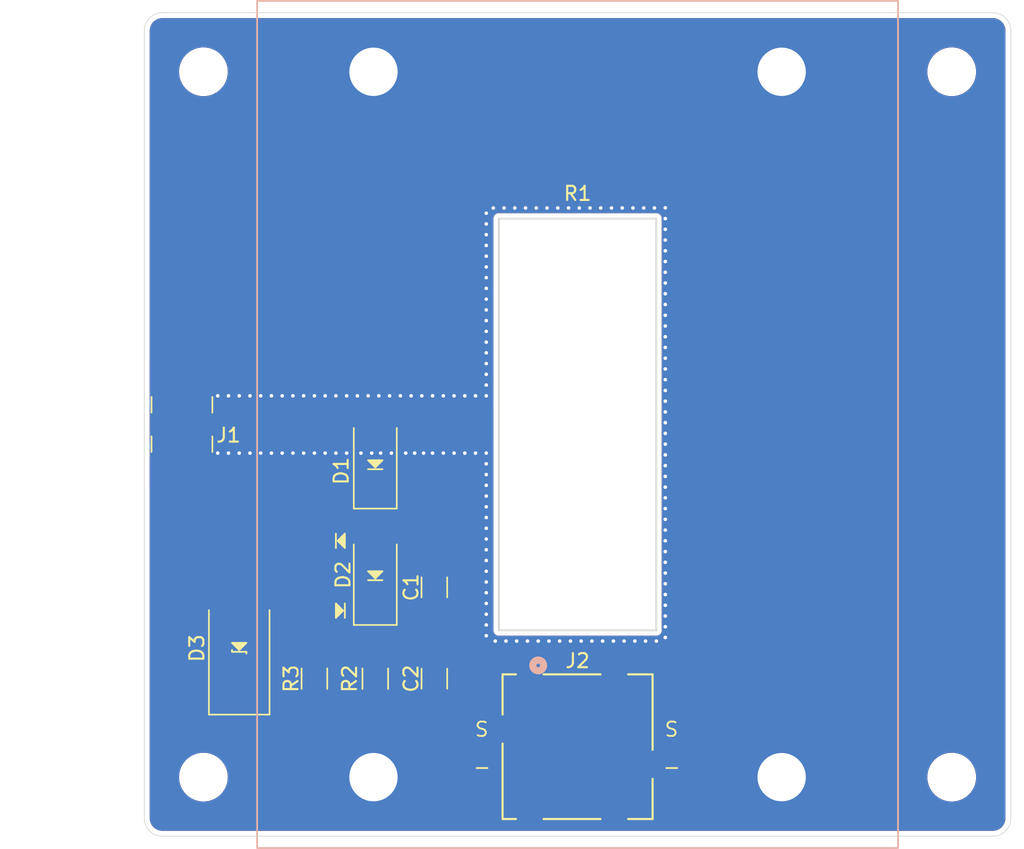
<source format=kicad_pcb>
(kicad_pcb (version 20241229) (generator "pcbnew") (generator_version "9.0")
  (layers (0 "F.Cu" signal) (2 "B.Cu" signal) (13 "F.Paste" user) (15 "B.Paste" user) (5 "F.SilkS" user "F.Silkscreen") (7 "B.SilkS" user "B.Silkscreen") (1 "F.Mask" user) (3 "B.Mask" user) (25 "Edge.Cuts" user))
  (net 0 "")
  (net 1 "GND")
  (net 2 "Net-(D2-K)")
  (net 3 "/MICROSTRIP")
  (net 4 "Net-(D1-K)")
  (net 5 "Net-(D3-K)")
  (net 6 "unconnected-(D2-common-Pad3)")
  (footprint "MountingHole:MountingHole_3.2mm_M3" (layer "F.Cu") (at 110.744 53.213)
    (property "Reference" "H4" (hide yes))
    (property "Value" "MountingHole")
    (pad "" np_thru_hole circle (at 0 0) (size 3.2 3.2) (drill 3.2) (layers "*.Cu" "*.Mask"))
  )
  (footprint "jsdev:SMA_Custom_EdgeMount" (layer "F.Cu") (at 108.458 78.232 180)
    (property "Reference" "J1" (at -4.064 -0.762 0) (layer "F.SilkS"))
    (property "Value" "Conn_Coaxial")
    (fp_line (start 1.397 1.952) (end 1.397 0.842) (stroke (width 0.12)) (layer "F.SilkS"))
    (fp_line (start 1.397 -0.84) (end 1.397 -1.95) (stroke (width 0.12)) (layer "F.SilkS"))
    (fp_line (start -2.921 1.95) (end -2.921 0.84) (stroke (width 0.12)) (layer "F.SilkS"))
    (fp_line (start -2.921 -0.842) (end -2.921 -1.952) (stroke (width 0.12)) (layer "F.SilkS"))
    (pad "1" smd roundrect (at -0.762 0 270) (size 1.27 4.572) (layers "F.Cu" "F.Mask") (roundrect_rratio 0.2) (net 3 "/MICROSTRIP"))
    (pad "2" smd roundrect (at -0.762 -3.429 270) (size 2.54 4.572) (layers "F.Cu" "F.Mask") (roundrect_rratio 0.1) (net 1 "GND"))
    (pad "2" smd roundrect (at -0.762 -3.429 270) (size 2.54 4.572) (layers "B.Cu" "B.Mask") (roundrect_rratio 0.1) (net 1 "GND"))
    (pad "2" smd roundrect (at -0.762 3.429 270) (size 2.54 4.572) (layers "F.Cu" "F.Mask") (roundrect_rratio 0.1) (net 1 "GND"))
    (pad "2" smd roundrect (at -0.762 3.429 270) (size 2.54 4.572) (layers "B.Cu" "B.Mask") (roundrect_rratio 0.1) (net 1 "GND"))
  )
  (footprint "MountingHole:MountingHole_3.2mm_M3" (layer "F.Cu") (at 163.83 53.213)
    (property "Reference" "H1" (hide yes))
    (property "Value" "MountingHole")
    (pad "" np_thru_hole circle (at 0 0) (size 3.2 3.2) (drill 3.2) (layers "*.Cu" "*.Mask"))
  )
  (footprint "Capacitor_SMD:C_1206_3216Metric_Pad1.33x1.80mm_HandSolder" (layer "F.Cu") (at 127.127 96.266 90)
    (property "Reference" "C2" (at 0 -1.651 90) (layer "F.SilkS"))
    (property "Value" "1nF")
    (fp_line (start -0.711252 -0.91) (end 0.711252 -0.91) (stroke (width 0.12)) (layer "F.SilkS"))
    (fp_line (start -0.711252 0.91) (end 0.711252 0.91) (stroke (width 0.12)) (layer "F.SilkS"))
    (pad "1" smd roundrect (at -1.5625 0 90) (size 1.325 1.8) (layers "F.Cu" "F.Mask" "F.Paste") (roundrect_rratio 0.188679) (net 5 "Net-(D3-K)"))
    (pad "2" smd roundrect (at 1.5625 0 90) (size 1.325 1.8) (layers "F.Cu" "F.Mask" "F.Paste") (roundrect_rratio 0.188679) (net 1 "GND"))
  )
  (footprint "jsdev:FlangeResistor" (layer "F.Cu") (at 137.287 78.232)
    (property "Reference" "R1" (at 0 -16.383 0) (layer "F.SilkS"))
    (property "Value" "50R 250W")
    (fp_rect (start -22.733 -30.0482) (end 22.733 30.0482) (stroke (width 0.127)) (fill no) (layer "B.SilkS"))
    (fp_rect (start -5.588 -14.605) (end 5.588 14.605) (stroke (width 0.127)) (fill no) (layer "Edge.Cuts"))
    (pad "1" smd roundrect (at -8.763 0) (size 5.588 1.8288) (layers "F.Cu" "F.Mask" "F.Paste") (roundrect_rratio 0.15) (net 3 "/MICROSTRIP"))
    (pad "2" thru_hole circle (at -14.478 -25.019) (size 5.969 5.969) (drill 3.429) (layers "*.Cu" "*.Mask") (net 1 "GND"))
    (pad "2" thru_hole circle (at -14.478 25.019) (size 5.969 5.969) (drill 3.429) (layers "*.Cu" "*.Mask") (net 1 "GND"))
    (pad "2" thru_hole circle (at 14.478 -25.019) (size 5.969 5.969) (drill 3.429) (layers "*.Cu" "*.Mask") (net 1 "GND"))
    (pad "2" thru_hole circle (at 14.478 25.019) (size 5.969 5.969) (drill 3.429) (layers "*.Cu" "*.Mask") (net 1 "GND"))
  )
  (footprint "jsdev:Vishay_SlimSMA_HV_DO-221AC_HandSolder" (layer "F.Cu") (at 122.936 80.645 90)
    (property "Reference" "D1" (at -0.889 -2.413 90) (layer "F.SilkS"))
    (property "Value" "SS120FLQ-TP")
    (fp_line (start -3.556 -1.524) (end 2.159 -1.524) (stroke (width 0.12)) (layer "F.SilkS"))
    (fp_line (start -3.556 -1.524) (end -3.556 1.524) (stroke (width 0.12)) (layer "F.SilkS"))
    (fp_line (start -3.556 1.524) (end 2.159 1.524) (stroke (width 0.12)) (layer "F.SilkS"))
    (pad "1" smd roundrect (at -2.413 0 90) (size 1.905 1.651) (layers "F.Cu" "F.Mask" "F.Paste") (roundrect_rratio 0.1) (net 4 "Net-(D1-K)"))
    (pad "2" smd roundrect (at 2.413 0 90) (size 1.905 1.651) (layers "F.Cu" "F.Mask" "F.Paste") (roundrect_rratio 0.1) (net 3 "/MICROSTRIP"))
  )
  (footprint "Capacitor_SMD:C_1206_3216Metric_Pad1.33x1.80mm_HandSolder" (layer "F.Cu") (at 127.127 89.789 90)
    (property "Reference" "C1" (at 0 -1.651 90) (layer "F.SilkS"))
    (property "Value" "10nF")
    (fp_line (start -0.711252 -0.91) (end 0.711252 -0.91) (stroke (width 0.12)) (layer "F.SilkS"))
    (fp_line (start -0.711252 0.91) (end 0.711252 0.91) (stroke (width 0.12)) (layer "F.SilkS"))
    (pad "1" smd roundrect (at -1.5625 0 90) (size 1.325 1.8) (layers "F.Cu" "F.Mask" "F.Paste") (roundrect_rratio 0.188679) (net 2 "Net-(D2-K)"))
    (pad "2" smd roundrect (at 1.5625 0 90) (size 1.325 1.8) (layers "F.Cu" "F.Mask" "F.Paste") (roundrect_rratio 0.188679) (net 1 "GND"))
  )
  (footprint "Diode_SMD:D_SMB_Handsoldering" (layer "F.Cu") (at 113.284 94.107 90)
    (property "Reference" "D3" (at 0 -3 90) (layer "F.SilkS"))
    (property "Value" "PBZTBR13.0B")
    (fp_line (start -4.71 -2.15) (end 2.7 -2.15) (stroke (width 0.12)) (layer "F.SilkS"))
    (fp_line (start -4.71 -2.15) (end -4.71 2.15) (stroke (width 0.12)) (layer "F.SilkS"))
    (fp_line (start -4.71 2.15) (end 2.7 2.15) (stroke (width 0.12)) (layer "F.SilkS"))
    (pad "1" smd roundrect (at -2.7 0 90) (size 3.5 2.3) (layers "F.Cu" "F.Mask" "F.Paste") (roundrect_rratio 0.1086956522) (net 5 "Net-(D3-K)"))
    (pad "2" smd roundrect (at 2.7 0 90) (size 3.5 2.3) (layers "F.Cu" "F.Mask" "F.Paste") (roundrect_rratio 0.1086956522) (net 1 "GND"))
  )
  (footprint "MountingHole:MountingHole_3.2mm_M3" (layer "F.Cu") (at 110.744 103.251)
    (property "Reference" "H3" (hide yes))
    (property "Value" "MountingHole")
    (pad "" np_thru_hole circle (at 0 0) (size 3.2 3.2) (drill 3.2) (layers "*.Cu" "*.Mask"))
  )
  (footprint "jsdev:Vishay_SlimSMA_HV_DO-221AC_HandSolder_SQ" (layer "F.Cu") (at 122.936 88.9 90)
    (property "Reference" "D2" (at 0 -2.286 90) (layer "F.SilkS"))
    (property "Value" "SS120FLQ-TP")
    (fp_line (start -3.556 -1.524) (end 2.159 -1.524) (stroke (width 0.12)) (layer "F.SilkS"))
    (fp_line (start -3.556 -1.524) (end -3.556 1.524) (stroke (width 0.12)) (layer "F.SilkS"))
    (fp_line (start -3.556 1.524) (end 2.159 1.524) (stroke (width 0.12)) (layer "F.SilkS"))
    (pad "1" smd roundrect (at -2.413 0 90) (size 1.905 1.905) (layers "F.Cu" "F.Mask" "F.Paste") (roundrect_rratio 0.1) (net 2 "Net-(D2-K)"))
    (pad "2" smd roundrect (at 2.413 0 90) (size 1.905 1.905) (layers "F.Cu" "F.Mask" "F.Paste") (roundrect_rratio 0.1) (net 4 "Net-(D1-K)"))
    (pad "3" smd roundrect (at -2.413 -4.826 90) (size 1.905 1.905) (layers "F.Cu" "F.Mask" "F.Paste") (roundrect_rratio 0.1) (net 6 "unconnected-(D2-common-Pad3)"))
    (pad "3" smd roundrect (at 2.413 -4.826 90) (size 1.905 1.905) (layers "F.Cu" "F.Mask" "F.Paste") (roundrect_rratio 0.1) (net 6 "unconnected-(D2-common-Pad3)"))
  )
  (footprint "jsdev:CONN_BM02B-XASS-TFLFSN_JST" (layer "F.Cu") (at 137.287 101.092 90)
    (property "Reference" "J2" (at 6.096 0 0) (layer "F.SilkS"))
    (property "Value" "Conn_01x02_Pin")
    (fp_line (start 5.1308 -5.3213) (end 2.28124 -5.3213) (stroke (width 0.1524)) (layer "F.SilkS"))
    (fp_line (start 0.21876 -5.3213) (end -5.1308 -5.3213) (stroke (width 0.1524)) (layer "F.SilkS"))
    (fp_line (start -5.1308 -5.3213) (end -5.1308 -4.374741) (stroke (width 0.1524)) (layer "F.SilkS"))
    (fp_line (start 5.1308 -4.374741) (end 5.1308 -5.3213) (stroke (width 0.1524)) (layer "F.SilkS"))
    (fp_line (start -5.1308 -2.413861) (end -5.1308 1.62526) (stroke (width 0.1524)) (layer "F.SilkS"))
    (fp_line (start 5.1308 1.62526) (end 5.1308 -2.413861) (stroke (width 0.1524)) (layer "F.SilkS"))
    (fp_line (start -5.1308 3.58614) (end -5.1308 5.3213) (stroke (width 0.1524)) (layer "F.SilkS"))
    (fp_line (start 5.1308 5.3213) (end 5.1308 3.58614) (stroke (width 0.1524)) (layer "F.SilkS"))
    (fp_line (start -0.21876 5.3213) (end 5.1308 5.3213) (stroke (width 0.1524)) (layer "F.SilkS"))
    (fp_line (start -5.1308 5.3213) (end -2.28124 5.3213) (stroke (width 0.1524)) (layer "F.SilkS"))
    (fp_circle (center 5.7658 -2.7943) (end 6.1468 -2.7943) (stroke (width 0.508)) (fill no) (layer "B.SilkS"))
    (pad "1" smd rect (at 1.25 -2.7943 90) (size 1.397 6.2992) (layers "F.Cu" "F.Mask" "F.Paste") (net 5 "Net-(D3-K)"))
    (pad "2" smd rect (at -1.25 2.6057 90) (size 1.397 6.2992) (layers "F.Cu" "F.Mask" "F.Paste") (net 1 "GND"))
    (pad "3" smd rect (at -4.149999 -3.394301 90) (size 1.2954 3.4036) (layers "F.Cu" "F.Mask" "F.Paste") (net 1 "GND"))
    (pad "3" smd rect (at -4.149999 2.6057 90) (size 1.2954 3.4036) (layers "F.Cu" "F.Mask" "F.Paste") (net 1 "GND"))
    (pad "3" smd rect (at 4.149999 -3.394301 90) (size 1.2954 3.4036) (layers "F.Cu" "F.Mask" "F.Paste") (net 1 "GND"))
    (pad "3" smd rect (at 4.149999 2.6057 90) (size 1.2954 3.4036) (layers "F.Cu" "F.Mask" "F.Paste") (net 1 "GND"))
  )
  (footprint "Resistor_SMD:R_1206_3216Metric_Pad1.30x1.75mm_HandSolder" (layer "F.Cu") (at 122.936 96.266 90)
    (property "Reference" "R2" (at 0 -1.82 90) (layer "F.SilkS"))
    (property "Value" "100K")
    (fp_line (start -0.727064 -0.91) (end 0.727064 -0.91) (stroke (width 0.12)) (layer "F.SilkS"))
    (fp_line (start -0.727064 0.91) (end 0.727064 0.91) (stroke (width 0.12)) (layer "F.SilkS"))
    (pad "1" smd roundrect (at -1.55 0 90) (size 1.3 1.75) (layers "F.Cu" "F.Mask" "F.Paste") (roundrect_rratio 0.192308) (net 5 "Net-(D3-K)"))
    (pad "2" smd roundrect (at 1.55 0 90) (size 1.3 1.75) (layers "F.Cu" "F.Mask" "F.Paste") (roundrect_rratio 0.192308) (net 2 "Net-(D2-K)"))
  )
  (footprint "Resistor_SMD:R_1206_3216Metric_Pad1.30x1.75mm_HandSolder" (layer "F.Cu") (at 118.618 96.266 -90)
    (property "Reference" "R3" (at 0 1.651 90) (layer "F.SilkS"))
    (property "Value" "3K")
    (fp_line (start -0.727064 0.91) (end 0.727064 0.91) (stroke (width 0.12)) (layer "F.SilkS"))
    (fp_line (start -0.727064 -0.91) (end 0.727064 -0.91) (stroke (width 0.12)) (layer "F.SilkS"))
    (pad "1" smd roundrect (at -1.55 0 270) (size 1.3 1.75) (layers "F.Cu" "F.Mask" "F.Paste") (roundrect_rratio 0.192308) (net 1 "GND"))
    (pad "2" smd roundrect (at 1.55 0 270) (size 1.3 1.75) (layers "F.Cu" "F.Mask" "F.Paste") (roundrect_rratio 0.192308) (net 5 "Net-(D3-K)"))
  )
  (footprint "MountingHole:MountingHole_3.2mm_M3" (layer "F.Cu") (at 163.83 103.251)
    (property "Reference" "H2" (hide yes))
    (property "Value" "MountingHole")
    (pad "" np_thru_hole circle (at 0 0) (size 3.2 3.2) (drill 3.2) (layers "*.Cu" "*.Mask"))
  )
  (gr_line (start 120.142 85.979) (end 120.142 86.995) (stroke (width 0.127)) (layer "F.SilkS"))
  (gr_poly (pts (xy 123.444 88.646) (xy 122.936 89.154) (xy 122.428 88.646)) (stroke (width 0.127)) (fill yes) (layer "F.SilkS"))
  (gr_line (start 120.777 91.948) (end 120.777 90.932) (stroke (width 0.127)) (layer "F.SilkS"))
  (gr_line (start 112.776 94.361) (end 113.792 94.361) (stroke (width 0.127)) (layer "F.SilkS"))
  (gr_line (start 112.776 94.234) (end 112.776 94.361) (stroke (width 0.127)) (layer "F.SilkS"))
  (gr_poly (pts (xy 120.142 90.932) (xy 120.65 91.44) (xy 120.142 91.948)) (stroke (width 0.127)) (fill yes) (layer "F.SilkS"))
  (gr_line (start 122.428 81.407) (end 123.444 81.407) (stroke (width 0.127)) (layer "F.SilkS"))
  (gr_poly (pts (xy 123.444 80.772) (xy 122.936 81.28) (xy 122.428 80.772)) (stroke (width 0.127)) (fill yes) (layer "F.SilkS"))
  (gr_line (start 122.428 89.281) (end 123.444 89.281) (stroke (width 0.127)) (layer "F.SilkS"))
  (gr_poly (pts (xy 120.777 86.995) (xy 120.269 86.487) (xy 120.777 85.979)) (stroke (width 0.127)) (fill yes) (layer "F.SilkS"))
  (gr_poly (pts (xy 113.792 93.726) (xy 113.284 94.234) (xy 112.776 93.726)) (stroke (width 0.127)) (fill yes) (layer "F.SilkS"))
  (gr_line (start 113.792 94.361) (end 113.792 94.488) (stroke (width 0.127)) (layer "F.SilkS"))
  (gr_line (start 107.823 49.022) (end 166.751 49.022) (stroke (width 0.05)) (layer "Edge.Cuts"))
  (gr_arc (start 168.021 106.172) (mid 167.649026 107.070026) (end 166.751 107.442) (stroke (width 0.05)) (layer "Edge.Cuts"))
  (gr_line (start 166.751 107.442) (end 107.823 107.442) (stroke (width 0.05)) (layer "Edge.Cuts"))
  (gr_line (start 168.021 50.292) (end 168.021 106.172) (stroke (width 0.05)) (layer "Edge.Cuts"))
  (gr_arc (start 166.751 49.022) (mid 167.649026 49.393974) (end 168.021 50.292) (stroke (width 0.05)) (layer "Edge.Cuts"))
  (gr_line (start 106.553 106.172) (end 106.553 50.292) (stroke (width 0.05)) (layer "Edge.Cuts"))
  (gr_arc (start 106.553 50.292) (mid 106.924974 49.393974) (end 107.823 49.022) (stroke (width 0.05)) (layer "Edge.Cuts"))
  (gr_arc (start 107.823 107.442) (mid 106.924974 107.070026) (end 106.553 106.172) (stroke (width 0.05)) (layer "Edge.Cuts"))
  (gr_text "S" (at 143.383 100.457 0) (layer "F.SilkS") (effects (font (size 1.016 1.016) (thickness 0.127)) (justify left bottom)))
  (gr_text "S" (at 129.921 100.457 0) (layer "F.SilkS") (effects (font (size 1.016 1.016) (thickness 0.127)) (justify left bottom)))
  (gr_text "-" (at 129.794 103.124 0) (layer "F.SilkS") (effects (font (size 1.016 1.016) (thickness 0.127)) (justify left bottom)))
  (gr_text "-" (at 143.256 103.124 0) (layer "F.SilkS") (effects (font (size 1.016 1.016) (thickness 0.127)) (justify left bottom)))
  (via (at 130.81 68.58) (size 0.508) (drill 0.254) (layers "F.Cu" "B.Cu") (net 1))
  (via (at 143.51 63.627) (size 0.508) (drill 0.254) (layers "F.Cu" "B.Cu") (net 1))
  (via (at 130.81 92.456) (size 0.508) (drill 0.254) (layers "F.Cu" "B.Cu") (net 1))
  (via (at 127 80.264) (size 0.508) (drill 0.254) (layers "F.Cu" "B.Cu") (net 1))
  (via (at 112.522 80.264) (size 0.508) (drill 0.254) (layers "F.Cu" "B.Cu") (net 1))
  (via (at 143.51 84.963) (size 0.508) (drill 0.254) (layers "F.Cu" "B.Cu") (net 1))
  (via (at 125.73 80.264) (size 0.508) (drill 0.254) (layers "F.Cu" "B.Cu") (net 1))
  (via (at 132.207 93.599) (size 0.508) (drill 0.254) (layers "F.Cu" "B.Cu") (net 1))
  (via (at 130.81 64.77) (size 0.508) (drill 0.254) (layers "F.Cu" "B.Cu") (net 1))
  (via (at 123.952 76.2) (size 0.508) (drill 0.254) (layers "F.Cu" "B.Cu") (net 1))
  (via (at 143.51 71.247) (size 0.508) (drill 0.254) (layers "F.Cu" "B.Cu") (net 1))
  (via (at 142.875 93.599) (size 0.508) (drill 0.254) (layers "F.Cu" "B.Cu") (net 1))
  (via (at 143.51 89.535) (size 0.508) (drill 0.254) (layers "F.Cu" "B.Cu") (net 1))
  (via (at 130.81 69.342) (size 0.508) (drill 0.254) (layers "F.Cu" "B.Cu") (net 1))
  (via (at 129.286 80.264) (size 0.508) (drill 0.254) (layers "F.Cu" "B.Cu") (net 1))
  (via (at 130.81 84.074) (size 0.508) (drill 0.254) (layers "F.Cu" "B.Cu") (net 1))
  (via (at 143.51 88.773) (size 0.508) (drill 0.254) (layers "F.Cu" "B.Cu") (net 1))
  (via (at 126.365 80.264) (size 0.508) (drill 0.254) (layers "F.Cu" "B.Cu") (net 1))
  (via (at 130.81 86.36) (size 0.508) (drill 0.254) (layers "F.Cu" "B.Cu") (net 1))
  (via (at 130.81 71.628) (size 0.508) (drill 0.254) (layers "F.Cu" "B.Cu") (net 1))
  (via (at 143.51 88.011) (size 0.508) (drill 0.254) (layers "F.Cu" "B.Cu") (net 1))
  (via (at 130.81 74.676) (size 0.508) (drill 0.254) (layers "F.Cu" "B.Cu") (net 1))
  (via (at 137.406212 62.874813) (size 0.508) (drill 0.254) (layers "F.Cu" "B.Cu") (net 1))
  (via (at 121.92 80.264) (size 0.508) (drill 0.254) (layers "F.Cu" "B.Cu") (net 1))
  (via (at 130.81 64.008) (size 0.508) (drill 0.254) (layers "F.Cu" "B.Cu") (net 1))
  (via (at 135.882212 62.874813) (size 0.508) (drill 0.254) (layers "F.Cu" "B.Cu") (net 1))
  (via (at 130.81 80.264) (size 0.508) (drill 0.254) (layers "F.Cu" "B.Cu") (net 1))
  (via (at 115.57 76.2) (size 0.508) (drill 0.254) (layers "F.Cu" "B.Cu") (net 1))
  (via (at 114.808 80.264) (size 0.508) (drill 0.254) (layers "F.Cu" "B.Cu") (net 1))
  (via (at 134.493 93.599) (size 0.508) (drill 0.254) (layers "F.Cu" "B.Cu") (net 1))
  (via (at 135.120212 62.874813) (size 0.508) (drill 0.254) (layers "F.Cu" "B.Cu") (net 1))
  (via (at 143.51 91.821) (size 0.508) (drill 0.254) (layers "F.Cu" "B.Cu") (net 1))
  (via (at 127.762 80.264) (size 0.508) (drill 0.254) (layers "F.Cu" "B.Cu") (net 1))
  (via (at 133.731 93.599) (size 0.508) (drill 0.254) (layers "F.Cu" "B.Cu") (net 1))
  (via (at 111.76 80.264) (size 0.508) (drill 0.254) (layers "F.Cu" "B.Cu") (net 1))
  (via (at 130.81 83.312) (size 0.508) (drill 0.254) (layers "F.Cu" "B.Cu") (net 1))
  (via (at 130.81 67.056) (size 0.508) (drill 0.254) (layers "F.Cu" "B.Cu") (net 1))
  (via (at 127 76.2) (size 0.508) (drill 0.254) (layers "F.Cu" "B.Cu") (net 1))
  (via (at 143.51 81.915) (size 0.508) (drill 0.254) (layers "F.Cu" "B.Cu") (net 1))
  (via (at 130.81 88.646) (size 0.508) (drill 0.254) (layers "F.Cu" "B.Cu") (net 1))
  (via (at 130.81 67.818) (size 0.508) (drill 0.254) (layers "F.Cu" "B.Cu") (net 1))
  (via (at 140.454212 62.874813) (size 0.508) (drill 0.254) (layers "F.Cu" "B.Cu") (net 1))
  (via (at 143.51 66.675) (size 0.508) (drill 0.254) (layers "F.Cu" "B.Cu") (net 1))
  (via (at 130.048 76.2) (size 0.508) (drill 0.254) (layers "F.Cu" "B.Cu") (net 1))
  (via (at 127.762 76.2) (size 0.508) (drill 0.254) (layers "F.Cu" "B.Cu") (net 1))
  (via (at 143.51 72.771) (size 0.508) (drill 0.254) (layers "F.Cu" "B.Cu") (net 1))
  (via (at 143.51 82.677) (size 0.508) (drill 0.254) (layers "F.Cu" "B.Cu") (net 1))
  (via (at 130.81 93.218) (size 0.508) (drill 0.254) (layers "F.Cu" "B.Cu") (net 1))
  (via (at 120.904 76.2) (size 0.508) (drill 0.254) (layers "F.Cu" "B.Cu") (net 1))
  (via (at 139.827 93.599) (size 0.508) (drill 0.254) (layers "F.Cu" "B.Cu") (net 1))
  (via (at 133.596212 62.874813) (size 0.508) (drill 0.254) (layers "F.Cu" "B.Cu") (net 1))
  (via (at 143.51 85.725) (size 0.508) (drill 0.254) (layers "F.Cu" "B.Cu") (net 1))
  (via (at 143.51 78.105) (size 0.508) (drill 0.254) (layers "F.Cu" "B.Cu") (net 1))
  (via (at 132.969 93.599) (size 0.508) (drill 0.254) (layers "F.Cu" "B.Cu") (net 1))
  (via (at 138.168212 62.874813) (size 0.508) (drill 0.254) (layers "F.Cu" "B.Cu") (net 1))
  (via (at 143.51 76.581) (size 0.508) (drill 0.254) (layers "F.Cu" "B.Cu") (net 1))
  (via (at 130.81 89.408) (size 0.508) (drill 0.254) (layers "F.Cu" "B.Cu") (net 1))
  (via (at 143.51 84.201) (size 0.508) (drill 0.254) (layers "F.Cu" "B.Cu") (net 1))
  (via (at 118.618 80.264) (size 0.508) (drill 0.254) (layers "F.Cu" "B.Cu") (net 1))
  (via (at 118.618 76.2) (size 0.508) (drill 0.254) (layers "F.Cu" "B.Cu") (net 1))
  (via (at 121.666 76.2) (size 0.508) (drill 0.254) (layers "F.Cu" "B.Cu") (net 1))
  (via (at 114.808 76.2) (size 0.508) (drill 0.254) (layers "F.Cu" "B.Cu") (net 1))
  (via (at 130.81 63.246) (size 0.508) (drill 0.254) (layers "F.Cu" "B.Cu") (net 1))
  (via (at 130.81 65.532) (size 0.508) (drill 0.254) (layers "F.Cu" "B.Cu") (net 1))
  (via (at 130.81 85.598) (size 0.508) (drill 0.254) (layers "F.Cu" "B.Cu") (net 1))
  (via (at 138.930212 62.874813) (size 0.508) (drill 0.254) (layers "F.Cu" "B.Cu") (net 1))
  (via (at 130.81 66.294) (size 0.508) (drill 0.254) (layers "F.Cu" "B.Cu") (net 1))
  (via (at 141.978212 62.874813) (size 0.508) (drill 0.254) (layers "F.Cu" "B.Cu") (net 1))
  (via (at 138.303 93.599) (size 0.508) (drill 0.254) (layers "F.Cu" "B.Cu") (net 1))
  (via (at 142.113 93.599) (size 0.508) (drill 0.254) (layers "F.Cu" "B.Cu") (net 1))
  (via (at 143.51 65.151) (size 0.508) (drill 0.254) (layers "F.Cu" "B.Cu") (net 1))
  (via (at 130.81 90.17) (size 0.508) (drill 0.254) (layers "F.Cu" "B.Cu") (net 1))
  (via (at 125.476 76.2) (size 0.508) (drill 0.254) (layers "F.Cu" "B.Cu") (net 1))
  (via (at 124.714 76.2) (size 0.508) (drill 0.254) (layers "F.Cu" "B.Cu") (net 1))
  (via (at 130.81 75.438) (size 0.508) (drill 0.254) (layers "F.Cu" "B.Cu") (net 1))
  (via (at 120.904 80.264) (size 0.508) (drill 0.254) (layers "F.Cu" "B.Cu") (net 1))
  (via (at 115.57 80.264) (size 0.508) (drill 0.254) (layers "F.Cu" "B.Cu") (net 1))
  (via (at 114.046 80.264) (size 0.508) (drill 0.254) (layers "F.Cu" "B.Cu") (net 1))
  (via (at 130.81 81.026) (size 0.508) (drill 0.254) (layers "F.Cu" "B.Cu") (net 1))
  (via (at 128.524 76.2) (size 0.508) (drill 0.254) (layers "F.Cu" "B.Cu") (net 1))
  (via (at 113.284 80.264) (size 0.508) (drill 0.254) (layers "F.Cu" "B.Cu") (net 1))
  (via (at 143.51 72.009) (size 0.508) (drill 0.254) (layers "F.Cu" "B.Cu") (net 1))
  (via (at 139.065 93.599) (size 0.508) (drill 0.254) (layers "F.Cu" "B.Cu") (net 1))
  (via (at 123.317 80.264) (size 0.508) (drill 0.254) (layers "F.Cu" "B.Cu") (net 1))
  (via (at 117.856 76.2) (size 0.508) (drill 0.254) (layers "F.Cu" "B.Cu") (net 1))
  (via (at 130.81 90.932) (size 0.508) (drill 0.254) (layers "F.Cu" "B.Cu") (net 1))
  (via (at 136.644212 62.874813) (size 0.508) (drill 0.254) (layers "F.Cu" "B.Cu") (net 1))
  (via (at 125.095 80.264) (size 0.508) (drill 0.254) (layers "F.Cu" "B.Cu") (net 1))
  (via (at 123.19 76.2) (size 0.508) (drill 0.254) (layers "F.Cu" "B.Cu") (net 1))
  (via (at 139.692212 62.874813) (size 0.508) (drill 0.254) (layers "F.Cu" "B.Cu") (net 1))
  (via (at 143.51 62.865) (size 0.508) (drill 0.254) (layers "F.Cu" "B.Cu") (net 1))
  (via (at 117.094 76.2) (size 0.508) (drill 0.254) (layers "F.Cu" "B.Cu") (net 1))
  (via (at 143.51 64.389) (size 0.508) (drill 0.254) (layers "F.Cu" "B.Cu") (net 1))
  (via (at 119.38 80.264) (size 0.508) (drill 0.254) (layers "F.Cu" "B.Cu") (net 1))
  (via (at 143.51 74.295) (size 0.508) (drill 0.254) (layers "F.Cu" "B.Cu") (net 1))
  (via (at 130.81 84.836) (size 0.508) (drill 0.254) (layers "F.Cu" "B.Cu") (net 1))
  (via (at 143.51 77.343) (size 0.508) (drill 0.254) (layers "F.Cu" "B.Cu") (net 1))
  (via (at 130.81 91.694) (size 0.508) (drill 0.254) (layers "F.Cu" "B.Cu") (net 1))
  (via (at 143.51 91.059) (size 0.508) (drill 0.254) (layers "F.Cu" "B.Cu") (net 1))
  (via (at 120.142 80.264) (size 0.508) (drill 0.254) (layers "F.Cu" "B.Cu") (net 1))
  (via (at 111.76 76.2) (size 0.508) (drill 0.254) (layers "F.Cu" "B.Cu") (net 1))
  (via (at 143.51 67.437) (size 0.508) (drill 0.254) (layers "F.Cu" "B.Cu") (net 1))
  (via (at 141.216212 62.874813) (size 0.508) (drill 0.254) (layers "F.Cu" "B.Cu") (net 1))
  (via (at 143.51 86.487) (size 0.508) (drill 0.254) (layers "F.Cu" "B.Cu") (net 1))
  (via (at 130.81 76.2) (size 0.508) (drill 0.254) (layers "F.Cu" "B.Cu") (net 1))
  (via (at 143.51 83.439) (size 0.508) (drill 0.254) (layers "F.Cu" "B.Cu") (net 1))
  (via (at 131.445 93.599) (size 0.508) (drill 0.254) (layers "F.Cu" "B.Cu") (net 1))
  (via (at 116.332 80.264) (size 0.508) (drill 0.254) (layers "F.Cu" "B.Cu") (net 1))
  (via (at 130.81 73.152) (size 0.508) (drill 0.254) (layers "F.Cu" "B.Cu") (net 1))
  (via (at 143.51 65.913) (size 0.508) (drill 0.254) (layers "F.Cu" "B.Cu") (net 1))
  (via (at 132.834212 62.874813) (size 0.508) (drill 0.254) (layers "F.Cu" "B.Cu") (net 1))
  (via (at 143.51 68.199) (size 0.508) (drill 0.254) (layers "F.Cu" "B.Cu") (net 1))
  (via (at 130.81 70.104) (size 0.508) (drill 0.254) (layers "F.Cu" "B.Cu") (net 1))
  (via (at 143.51 80.391) (size 0.508) (drill 0.254) (layers "F.Cu" "B.Cu") (net 1))
  (via (at 117.856 80.264) (size 0.508) (drill 0.254) (layers "F.Cu" "B.Cu") (net 1))
  (via (at 143.51 69.723) (size 0.508) (drill 0.254) (layers "F.Cu" "B.Cu") (net 1))
  (via (at 136.017 93.599) (size 0.508) (drill 0.254) (layers "F.Cu" "B.Cu") (net 1))
  (via (at 130.81 81.788) (size 0.508) (drill 0.254) (layers "F.Cu" "B.Cu") (net 1))
  (via (at 124.079 80.264) (size 0.508) (drill 0.254) (layers "F.Cu" "B.Cu") (net 1))
  (via (at 143.51 78.867) (size 0.508) (drill 0.254) (layers "F.Cu" "B.Cu") (net 1))
  (via (at 114.046 76.2) (size 0.508) (drill 0.254) (layers "F.Cu" "B.Cu") (net 1))
  (via (at 143.51 75.057) (size 0.508) (drill 0.254) (layers "F.Cu" "B.Cu") (net 1))
  (via (at 143.51 73.533) (size 0.508) (drill 0.254) (layers "F.Cu" "B.Cu") (net 1))
  (via (at 129.286 76.2) (size 0.508) (drill 0.254) (layers "F.Cu" "B.Cu") (net 1))
  (via (at 132.072212 62.874813) (size 0.508) (drill 0.254) (layers "F.Cu" "B.Cu") (net 1))
  (via (at 135.255 93.599) (size 0.508) (drill 0.254) (layers "F.Cu" "B.Cu") (net 1))
  (via (at 136.779 93.599) (size 0.508) (drill 0.254) (layers "F.Cu" "B.Cu") (net 1))
  (via (at 143.51 75.819) (size 0.508) (drill 0.254) (layers "F.Cu" "B.Cu") (net 1))
  (via (at 142.740212 62.874813) (size 0.508) (drill 0.254) (layers "F.Cu" "B.Cu") (net 1))
  (via (at 130.81 87.884) (size 0.508) (drill 0.254) (layers "F.Cu" "B.Cu") (net 1))
  (via (at 116.332 76.2) (size 0.508) (drill 0.254) (layers "F.Cu" "B.Cu") (net 1))
  (via (at 143.51 70.485) (size 0.508) (drill 0.254) (layers "F.Cu" "B.Cu") (net 1))
  (via (at 119.38 76.2) (size 0.508) (drill 0.254) (layers "F.Cu" "B.Cu") (net 1))
  (via (at 143.51 90.297) (size 0.508) (drill 0.254) (layers "F.Cu" "B.Cu") (net 1))
  (via (at 130.81 72.39) (size 0.508) (drill 0.254) (layers "F.Cu" "B.Cu") (net 1))
  (via (at 113.284 76.2) (size 0.508) (drill 0.254) (layers "F.Cu" "B.Cu") (net 1))
  (via (at 130.81 70.866) (size 0.508) (drill 0.254) (layers "F.Cu" "B.Cu") (net 1))
  (via (at 143.51 81.153) (size 0.508) (drill 0.254) (layers "F.Cu" "B.Cu") (net 1))
  (via (at 130.81 82.55) (size 0.508) (drill 0.254) (layers "F.Cu" "B.Cu") (net 1))
  (via (at 143.51 92.583) (size 0.508) (drill 0.254) (layers "F.Cu" "B.Cu") (net 1))
  (via (at 143.51 93.345) (size 0.508) (drill 0.254) (layers "F.Cu" "B.Cu") (net 1))
  (via (at 141.351 93.599) (size 0.508) (drill 0.254) (layers "F.Cu" "B.Cu") (net 1))
  (via (at 112.522 76.2) (size 0.508) (drill 0.254) (layers "F.Cu" "B.Cu") (net 1))
  (via (at 130.048 80.264) (size 0.508) (drill 0.254) (layers "F.Cu" "B.Cu") (net 1))
  (via (at 137.541 93.599) (size 0.508) (drill 0.254) (layers "F.Cu" "B.Cu") (net 1))
  (via (at 143.51 79.629) (size 0.508) (drill 0.254) (layers "F.Cu" "B.Cu") (net 1))
  (via (at 117.094 80.264) (size 0.508) (drill 0.254) (layers "F.Cu" "B.Cu") (net 1))
  (via (at 126.238 76.2) (size 0.508) (drill 0.254) (layers "F.Cu" "B.Cu") (net 1))
  (via (at 130.81 73.914) (size 0.508) (drill 0.254) (layers "F.Cu" "B.Cu") (net 1))
  (via (at 140.589 93.599) (size 0.508) (drill 0.254) (layers "F.Cu" "B.Cu") (net 1))
  (via (at 131.310212 62.874813) (size 0.508) (drill 0.254) (layers "F.Cu" "B.Cu") (net 1))
  (via (at 128.524 80.264) (size 0.508) (drill 0.254) (layers "F.Cu" "B.Cu") (net 1))
  (via (at 122.682 80.264) (size 0.508) (drill 0.254) (layers "F.Cu" "B.Cu") (net 1))
  (via (at 143.51 68.961) (size 0.508) (drill 0.254) (layers "F.Cu" "B.Cu") (net 1))
  (via (at 143.51 87.249) (size 0.508) (drill 0.254) (layers "F.Cu" "B.Cu") (net 1))
  (via (at 134.358212 62.874813) (size 0.508) (drill 0.254) (layers "F.Cu" "B.Cu") (net 1))
  (via (at 122.428 76.2) (size 0.508) (drill 0.254) (layers "F.Cu" "B.Cu") (net 1))
  (via (at 120.142 76.2) (size 0.508) (drill 0.254) (layers "F.Cu" "B.Cu") (net 1))
  (via (at 130.81 87.122) (size 0.508) (drill 0.254) (layers "F.Cu" "B.Cu") (net 1))
  (zone (net 5) (net_name "Net-(D3-K)") (layer "F.Cu") (priority 999) (connect_pads yes (clearance 0.254)) (min_thickness 0.254) (fill yes (thermal_gap 0.254) (thermal_bridge_width 0.254))
    (polygon (pts (xy 131.572 99.187) (xy 111.887 99.187) (xy 111.887 96.393) (xy 131.572 96.393)))
  )
  (zone (net 3) (net_name "/MICROSTRIP") (layer "F.Cu") (priority 999) (connect_pads yes (clearance 0.254)) (min_thickness 0.254) (fill yes (thermal_gap 0.254) (thermal_bridge_width 0.254))
    (polygon (pts (xy 106.553 76.835) (xy 131.445 76.835) (xy 131.445 79.629) (xy 106.553 79.629)))
  )
  (zone (net 2) (net_name "Net-(D2-K)") (layer "F.Cu") (priority 999) (connect_pads yes (clearance 0.254)) (min_thickness 0.254) (fill yes (thermal_gap 0.254) (thermal_bridge_width 0.254))
    (polygon (pts (xy 121.412 95.377) (xy 121.412 93.091) (xy 124.206 93.091) (xy 124.206 95.377)))
  )
  (zone (net 2) (net_name "Net-(D2-K)") (layer "F.Cu") (priority 999) (connect_pads yes (clearance 0.254)) (min_thickness 0.254) (fill yes (thermal_gap 0.254) (thermal_bridge_width 0.254))
    (polygon (pts (xy 121.412 90.297) (xy 128.143 90.297) (xy 128.143 93.091) (xy 121.412 93.091)))
  )
  (zone (net 5) (net_name "Net-(D3-K)") (layer "F.Cu") (priority 999) (connect_pads yes (clearance 0.254)) (min_thickness 0.254) (fill yes (thermal_gap 0.254) (thermal_bridge_width 0.254))
    (polygon (pts (xy 111.887 96.393) (xy 111.887 94.996) (xy 114.681 94.996) (xy 114.681 96.393)))
  )
  (zone (net 5) (net_name "Net-(D3-K)") (layer "F.Cu") (priority 999) (connect_pads yes (clearance 0.254)) (min_thickness 0.254) (fill yes (thermal_gap 0.254) (thermal_bridge_width 0.254))
    (polygon (pts (xy 137.668 101.219) (xy 131.572 101.219) (xy 131.572 98.425) (xy 137.668 98.425)))
  )
  (zone (net 5) (net_name "Net-(D3-K)") (layer "F.Cu") (priority 999) (connect_pads yes (clearance 0.254)) (min_thickness 0.254) (fill yes (thermal_gap 0.254) (thermal_bridge_width 0.254))
    (polygon (pts (xy 128.778 101.219) (xy 128.778 99.187) (xy 131.572 99.187) (xy 131.572 101.219)))
  )
  (zone (net 4) (net_name "Net-(D1-K)") (layer "F.Cu") (priority 999) (connect_pads yes (clearance 0.254)) (min_thickness 0.254) (fill yes (thermal_gap 0.254) (thermal_bridge_width 0.254))
    (polygon (pts (xy 121.539 87.503) (xy 121.539 82.042) (xy 124.333 82.042) (xy 124.333 87.503)))
  )
  (zone (net 6) (net_name "unconnected-(D2-common-Pad3)") (layer "F.Cu") (priority 999) (connect_pads yes (clearance 0.254)) (min_thickness 0.254) (fill yes (thermal_gap 0.254) (thermal_bridge_width 0.254) (island_removal_mode 1) (island_area_min 9.999999))
    (polygon (pts (xy 116.713 92.329) (xy 116.713 85.471) (xy 119.507 85.471) (xy 119.507 92.329)))
  )
  (zone (net 1) (net_name "GND") (layers "F.Cu" "B.Cu") (priority 1) (connect_pads yes (clearance 0.254)) (min_thickness 0.254) (fill yes (thermal_gap 0.254) (thermal_bridge_width 0.254))
    (polygon (pts (xy 106.553 49.022) (xy 168.021 49.022) (xy 168.021 107.442) (xy 106.553 107.442)))
  )
)
</source>
